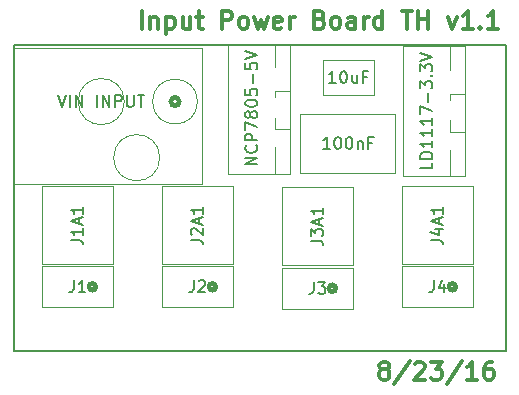
<source format=gbr>
G04 #@! TF.FileFunction,Other,Fab,Top*
%FSLAX46Y46*%
G04 Gerber Fmt 4.6, Leading zero omitted, Abs format (unit mm)*
G04 Created by KiCad (PCBNEW 4.0.1-3.201512221402+6198~38~ubuntu14.04.1-stable) date Tue 23 Aug 2016 07:28:16 PM PDT*
%MOMM*%
G01*
G04 APERTURE LIST*
%ADD10C,0.100000*%
%ADD11C,0.300000*%
%ADD12C,0.200000*%
%ADD13C,0.050000*%
%ADD14C,0.400000*%
%ADD15C,0.150000*%
G04 APERTURE END LIST*
D10*
D11*
X108916286Y-85006571D02*
X108916286Y-83506571D01*
X109630572Y-84006571D02*
X109630572Y-85006571D01*
X109630572Y-84149429D02*
X109702000Y-84078000D01*
X109844858Y-84006571D01*
X110059143Y-84006571D01*
X110202000Y-84078000D01*
X110273429Y-84220857D01*
X110273429Y-85006571D01*
X110987715Y-84006571D02*
X110987715Y-85506571D01*
X110987715Y-84078000D02*
X111130572Y-84006571D01*
X111416286Y-84006571D01*
X111559143Y-84078000D01*
X111630572Y-84149429D01*
X111702001Y-84292286D01*
X111702001Y-84720857D01*
X111630572Y-84863714D01*
X111559143Y-84935143D01*
X111416286Y-85006571D01*
X111130572Y-85006571D01*
X110987715Y-84935143D01*
X112987715Y-84006571D02*
X112987715Y-85006571D01*
X112344858Y-84006571D02*
X112344858Y-84792286D01*
X112416286Y-84935143D01*
X112559144Y-85006571D01*
X112773429Y-85006571D01*
X112916286Y-84935143D01*
X112987715Y-84863714D01*
X113487715Y-84006571D02*
X114059144Y-84006571D01*
X113702001Y-83506571D02*
X113702001Y-84792286D01*
X113773429Y-84935143D01*
X113916287Y-85006571D01*
X114059144Y-85006571D01*
X115702001Y-85006571D02*
X115702001Y-83506571D01*
X116273429Y-83506571D01*
X116416287Y-83578000D01*
X116487715Y-83649429D01*
X116559144Y-83792286D01*
X116559144Y-84006571D01*
X116487715Y-84149429D01*
X116416287Y-84220857D01*
X116273429Y-84292286D01*
X115702001Y-84292286D01*
X117416287Y-85006571D02*
X117273429Y-84935143D01*
X117202001Y-84863714D01*
X117130572Y-84720857D01*
X117130572Y-84292286D01*
X117202001Y-84149429D01*
X117273429Y-84078000D01*
X117416287Y-84006571D01*
X117630572Y-84006571D01*
X117773429Y-84078000D01*
X117844858Y-84149429D01*
X117916287Y-84292286D01*
X117916287Y-84720857D01*
X117844858Y-84863714D01*
X117773429Y-84935143D01*
X117630572Y-85006571D01*
X117416287Y-85006571D01*
X118416287Y-84006571D02*
X118702001Y-85006571D01*
X118987715Y-84292286D01*
X119273430Y-85006571D01*
X119559144Y-84006571D01*
X120702001Y-84935143D02*
X120559144Y-85006571D01*
X120273430Y-85006571D01*
X120130573Y-84935143D01*
X120059144Y-84792286D01*
X120059144Y-84220857D01*
X120130573Y-84078000D01*
X120273430Y-84006571D01*
X120559144Y-84006571D01*
X120702001Y-84078000D01*
X120773430Y-84220857D01*
X120773430Y-84363714D01*
X120059144Y-84506571D01*
X121416287Y-85006571D02*
X121416287Y-84006571D01*
X121416287Y-84292286D02*
X121487715Y-84149429D01*
X121559144Y-84078000D01*
X121702001Y-84006571D01*
X121844858Y-84006571D01*
X123987715Y-84220857D02*
X124202001Y-84292286D01*
X124273429Y-84363714D01*
X124344858Y-84506571D01*
X124344858Y-84720857D01*
X124273429Y-84863714D01*
X124202001Y-84935143D01*
X124059143Y-85006571D01*
X123487715Y-85006571D01*
X123487715Y-83506571D01*
X123987715Y-83506571D01*
X124130572Y-83578000D01*
X124202001Y-83649429D01*
X124273429Y-83792286D01*
X124273429Y-83935143D01*
X124202001Y-84078000D01*
X124130572Y-84149429D01*
X123987715Y-84220857D01*
X123487715Y-84220857D01*
X125202001Y-85006571D02*
X125059143Y-84935143D01*
X124987715Y-84863714D01*
X124916286Y-84720857D01*
X124916286Y-84292286D01*
X124987715Y-84149429D01*
X125059143Y-84078000D01*
X125202001Y-84006571D01*
X125416286Y-84006571D01*
X125559143Y-84078000D01*
X125630572Y-84149429D01*
X125702001Y-84292286D01*
X125702001Y-84720857D01*
X125630572Y-84863714D01*
X125559143Y-84935143D01*
X125416286Y-85006571D01*
X125202001Y-85006571D01*
X126987715Y-85006571D02*
X126987715Y-84220857D01*
X126916286Y-84078000D01*
X126773429Y-84006571D01*
X126487715Y-84006571D01*
X126344858Y-84078000D01*
X126987715Y-84935143D02*
X126844858Y-85006571D01*
X126487715Y-85006571D01*
X126344858Y-84935143D01*
X126273429Y-84792286D01*
X126273429Y-84649429D01*
X126344858Y-84506571D01*
X126487715Y-84435143D01*
X126844858Y-84435143D01*
X126987715Y-84363714D01*
X127702001Y-85006571D02*
X127702001Y-84006571D01*
X127702001Y-84292286D02*
X127773429Y-84149429D01*
X127844858Y-84078000D01*
X127987715Y-84006571D01*
X128130572Y-84006571D01*
X129273429Y-85006571D02*
X129273429Y-83506571D01*
X129273429Y-84935143D02*
X129130572Y-85006571D01*
X128844858Y-85006571D01*
X128702000Y-84935143D01*
X128630572Y-84863714D01*
X128559143Y-84720857D01*
X128559143Y-84292286D01*
X128630572Y-84149429D01*
X128702000Y-84078000D01*
X128844858Y-84006571D01*
X129130572Y-84006571D01*
X129273429Y-84078000D01*
X130916286Y-83506571D02*
X131773429Y-83506571D01*
X131344858Y-85006571D02*
X131344858Y-83506571D01*
X132273429Y-85006571D02*
X132273429Y-83506571D01*
X132273429Y-84220857D02*
X133130572Y-84220857D01*
X133130572Y-85006571D02*
X133130572Y-83506571D01*
X134844858Y-84006571D02*
X135202001Y-85006571D01*
X135559143Y-84006571D01*
X136916286Y-85006571D02*
X136059143Y-85006571D01*
X136487715Y-85006571D02*
X136487715Y-83506571D01*
X136344858Y-83720857D01*
X136202000Y-83863714D01*
X136059143Y-83935143D01*
X137559143Y-84863714D02*
X137630571Y-84935143D01*
X137559143Y-85006571D01*
X137487714Y-84935143D01*
X137559143Y-84863714D01*
X137559143Y-85006571D01*
X139059143Y-85006571D02*
X138202000Y-85006571D01*
X138630572Y-85006571D02*
X138630572Y-83506571D01*
X138487715Y-83720857D01*
X138344857Y-83863714D01*
X138202000Y-83935143D01*
X129286573Y-113867429D02*
X129143715Y-113796000D01*
X129072287Y-113724571D01*
X129000858Y-113581714D01*
X129000858Y-113510286D01*
X129072287Y-113367429D01*
X129143715Y-113296000D01*
X129286573Y-113224571D01*
X129572287Y-113224571D01*
X129715144Y-113296000D01*
X129786573Y-113367429D01*
X129858001Y-113510286D01*
X129858001Y-113581714D01*
X129786573Y-113724571D01*
X129715144Y-113796000D01*
X129572287Y-113867429D01*
X129286573Y-113867429D01*
X129143715Y-113938857D01*
X129072287Y-114010286D01*
X129000858Y-114153143D01*
X129000858Y-114438857D01*
X129072287Y-114581714D01*
X129143715Y-114653143D01*
X129286573Y-114724571D01*
X129572287Y-114724571D01*
X129715144Y-114653143D01*
X129786573Y-114581714D01*
X129858001Y-114438857D01*
X129858001Y-114153143D01*
X129786573Y-114010286D01*
X129715144Y-113938857D01*
X129572287Y-113867429D01*
X131572286Y-113153143D02*
X130286572Y-115081714D01*
X132000858Y-113367429D02*
X132072287Y-113296000D01*
X132215144Y-113224571D01*
X132572287Y-113224571D01*
X132715144Y-113296000D01*
X132786573Y-113367429D01*
X132858001Y-113510286D01*
X132858001Y-113653143D01*
X132786573Y-113867429D01*
X131929430Y-114724571D01*
X132858001Y-114724571D01*
X133358001Y-113224571D02*
X134286572Y-113224571D01*
X133786572Y-113796000D01*
X134000858Y-113796000D01*
X134143715Y-113867429D01*
X134215144Y-113938857D01*
X134286572Y-114081714D01*
X134286572Y-114438857D01*
X134215144Y-114581714D01*
X134143715Y-114653143D01*
X134000858Y-114724571D01*
X133572286Y-114724571D01*
X133429429Y-114653143D01*
X133358001Y-114581714D01*
X136000857Y-113153143D02*
X134715143Y-115081714D01*
X137286572Y-114724571D02*
X136429429Y-114724571D01*
X136858001Y-114724571D02*
X136858001Y-113224571D01*
X136715144Y-113438857D01*
X136572286Y-113581714D01*
X136429429Y-113653143D01*
X138572286Y-113224571D02*
X138286572Y-113224571D01*
X138143715Y-113296000D01*
X138072286Y-113367429D01*
X137929429Y-113581714D01*
X137858000Y-113867429D01*
X137858000Y-114438857D01*
X137929429Y-114581714D01*
X138000857Y-114653143D01*
X138143715Y-114724571D01*
X138429429Y-114724571D01*
X138572286Y-114653143D01*
X138643715Y-114581714D01*
X138715143Y-114438857D01*
X138715143Y-114081714D01*
X138643715Y-113938857D01*
X138572286Y-113867429D01*
X138429429Y-113796000D01*
X138143715Y-113796000D01*
X138000857Y-113867429D01*
X137929429Y-113938857D01*
X137858000Y-114081714D01*
D12*
X139700000Y-112268000D02*
X139700000Y-86360000D01*
X98044000Y-112268000D02*
X139700000Y-112268000D01*
X98044000Y-86360000D02*
X98044000Y-112268000D01*
X139700000Y-86360000D02*
X98044000Y-86360000D01*
D13*
X135032500Y-88511500D02*
X135032500Y-86511500D01*
X135032500Y-90511500D02*
X136282500Y-90511500D01*
X135032500Y-91011500D02*
X135032500Y-90511500D01*
X135032500Y-93761500D02*
X136282500Y-93761500D01*
X135032500Y-93761500D02*
X135032500Y-92761500D01*
X135032500Y-97511500D02*
X135032500Y-95261500D01*
X136032500Y-97511500D02*
X136282500Y-97511500D01*
X136282500Y-97511500D02*
X136282500Y-86511500D01*
X131032500Y-86511500D02*
X136282500Y-86511500D01*
X131032500Y-97511500D02*
X131032500Y-86511500D01*
X131282500Y-97511500D02*
X131032500Y-97511500D01*
X136032500Y-97511500D02*
X131282500Y-97511500D01*
X110415902Y-95936000D02*
G75*
G03X110415902Y-95936000I-1952562J0D01*
G01*
X107415902Y-91186000D02*
G75*
G03X107415902Y-91186000I-1952562J0D01*
G01*
X113617283Y-91186000D02*
G75*
G03X113617283Y-91186000I-1903943J0D01*
G01*
D14*
X112066893Y-91186000D02*
G75*
G03X112066893Y-91186000I-353553J0D01*
G01*
D13*
X113963340Y-86686000D02*
X112463340Y-86686000D01*
X113963340Y-98186000D02*
X113963340Y-86686000D01*
X97963340Y-98186000D02*
X113963340Y-98186000D01*
X97963340Y-95686000D02*
X97963340Y-98186000D01*
X97963340Y-86686000D02*
X97963340Y-95686000D01*
X112463340Y-86686000D02*
X97963340Y-86686000D01*
X136941500Y-98363500D02*
X136933940Y-104963500D01*
X136941500Y-98363500D02*
X130891500Y-98363500D01*
X136941500Y-104963500D02*
X130891500Y-104963500D01*
X130891500Y-98363500D02*
X130891500Y-104963500D01*
X126781500Y-98427000D02*
X126773940Y-105027000D01*
X126781500Y-98427000D02*
X120731500Y-98427000D01*
X126781500Y-105027000D02*
X120731500Y-105027000D01*
X120731500Y-98427000D02*
X120731500Y-105027000D01*
X116621500Y-98363500D02*
X116613940Y-104963500D01*
X116621500Y-98363500D02*
X110571500Y-98363500D01*
X116621500Y-104963500D02*
X110571500Y-104963500D01*
X110571500Y-98363500D02*
X110571500Y-104963500D01*
X106461500Y-98363500D02*
X106453940Y-104963500D01*
X106461500Y-98363500D02*
X100411500Y-98363500D01*
X106461500Y-104963500D02*
X100411500Y-104963500D01*
X100411500Y-98363500D02*
X100411500Y-104963500D01*
X120211600Y-88295600D02*
X120211600Y-86295600D01*
X120211600Y-90295600D02*
X121461600Y-90295600D01*
X120211600Y-90795600D02*
X120211600Y-90295600D01*
X120211600Y-93545600D02*
X121461600Y-93545600D01*
X120211600Y-93545600D02*
X120211600Y-92545600D01*
X120211600Y-97295600D02*
X120211600Y-95045600D01*
X121211600Y-97295600D02*
X121461600Y-97295600D01*
X121461600Y-97295600D02*
X121461600Y-86295600D01*
X116211600Y-86295600D02*
X121461600Y-86295600D01*
X116211600Y-97295600D02*
X116211600Y-86295600D01*
X116461600Y-97295600D02*
X116211600Y-97295600D01*
X121211600Y-97295600D02*
X116461600Y-97295600D01*
X130325000Y-97242000D02*
X122325000Y-97242000D01*
X130325000Y-92242000D02*
X130325000Y-97242000D01*
X122325000Y-92242000D02*
X130325000Y-92242000D01*
X122325000Y-97242000D02*
X122325000Y-92242000D01*
X128535000Y-90654000D02*
X124235000Y-90654000D01*
X128535000Y-87654000D02*
X128535000Y-90654000D01*
X124235000Y-87654000D02*
X128535000Y-87654000D01*
X124235000Y-90654000D02*
X124235000Y-87654000D01*
X130941500Y-108620500D02*
X136941500Y-108620500D01*
X130941500Y-108620500D02*
X130941500Y-105120500D01*
X136941500Y-105120500D02*
X130941500Y-105120500D01*
X136941500Y-108620500D02*
X136941500Y-105120500D01*
D14*
X135483048Y-106870500D02*
G75*
G03X135483048Y-106870500I-291548J0D01*
G01*
D13*
X120781500Y-108747500D02*
X126781500Y-108747500D01*
X120781500Y-108747500D02*
X120781500Y-105247500D01*
X126781500Y-105247500D02*
X120781500Y-105247500D01*
X126781500Y-108747500D02*
X126781500Y-105247500D01*
D14*
X125323048Y-106997500D02*
G75*
G03X125323048Y-106997500I-291548J0D01*
G01*
D13*
X110621500Y-108620500D02*
X116621500Y-108620500D01*
X110621500Y-108620500D02*
X110621500Y-105120500D01*
X116621500Y-105120500D02*
X110621500Y-105120500D01*
X116621500Y-108620500D02*
X116621500Y-105120500D01*
D14*
X115163048Y-106870500D02*
G75*
G03X115163048Y-106870500I-291548J0D01*
G01*
D13*
X100461500Y-108620500D02*
X106461500Y-108620500D01*
X100461500Y-108620500D02*
X100461500Y-105120500D01*
X106461500Y-105120500D02*
X100461500Y-105120500D01*
X106461500Y-108620500D02*
X106461500Y-105120500D01*
D14*
X105003048Y-106870500D02*
G75*
G03X105003048Y-106870500I-291548J0D01*
G01*
D15*
X133484881Y-96344833D02*
X133484881Y-96821024D01*
X132484881Y-96821024D01*
X133484881Y-96011500D02*
X132484881Y-96011500D01*
X132484881Y-95773405D01*
X132532500Y-95630547D01*
X132627738Y-95535309D01*
X132722976Y-95487690D01*
X132913452Y-95440071D01*
X133056310Y-95440071D01*
X133246786Y-95487690D01*
X133342024Y-95535309D01*
X133437262Y-95630547D01*
X133484881Y-95773405D01*
X133484881Y-96011500D01*
X133484881Y-94487690D02*
X133484881Y-95059119D01*
X133484881Y-94773405D02*
X132484881Y-94773405D01*
X132627738Y-94868643D01*
X132722976Y-94963881D01*
X132770595Y-95059119D01*
X133484881Y-93535309D02*
X133484881Y-94106738D01*
X133484881Y-93821024D02*
X132484881Y-93821024D01*
X132627738Y-93916262D01*
X132722976Y-94011500D01*
X132770595Y-94106738D01*
X133484881Y-92582928D02*
X133484881Y-93154357D01*
X133484881Y-92868643D02*
X132484881Y-92868643D01*
X132627738Y-92963881D01*
X132722976Y-93059119D01*
X132770595Y-93154357D01*
X132484881Y-92249595D02*
X132484881Y-91582928D01*
X133484881Y-92011500D01*
X133103929Y-91201976D02*
X133103929Y-90440071D01*
X132484881Y-90059119D02*
X132484881Y-89440071D01*
X132865833Y-89773405D01*
X132865833Y-89630547D01*
X132913452Y-89535309D01*
X132961071Y-89487690D01*
X133056310Y-89440071D01*
X133294405Y-89440071D01*
X133389643Y-89487690D01*
X133437262Y-89535309D01*
X133484881Y-89630547D01*
X133484881Y-89916262D01*
X133437262Y-90011500D01*
X133389643Y-90059119D01*
X133389643Y-89011500D02*
X133437262Y-88963881D01*
X133484881Y-89011500D01*
X133437262Y-89059119D01*
X133389643Y-89011500D01*
X133484881Y-89011500D01*
X132484881Y-88630548D02*
X132484881Y-88011500D01*
X132865833Y-88344834D01*
X132865833Y-88201976D01*
X132913452Y-88106738D01*
X132961071Y-88059119D01*
X133056310Y-88011500D01*
X133294405Y-88011500D01*
X133389643Y-88059119D01*
X133437262Y-88106738D01*
X133484881Y-88201976D01*
X133484881Y-88487691D01*
X133437262Y-88582929D01*
X133389643Y-88630548D01*
X132484881Y-87725786D02*
X133484881Y-87392453D01*
X132484881Y-87059119D01*
X101820483Y-90638381D02*
X102153816Y-91638381D01*
X102487150Y-90638381D01*
X102820483Y-91638381D02*
X102820483Y-90638381D01*
X103296673Y-91638381D02*
X103296673Y-90638381D01*
X103868102Y-91638381D01*
X103868102Y-90638381D01*
X105106197Y-91638381D02*
X105106197Y-90638381D01*
X105582387Y-91638381D02*
X105582387Y-90638381D01*
X106153816Y-91638381D01*
X106153816Y-90638381D01*
X106630006Y-91638381D02*
X106630006Y-90638381D01*
X107010959Y-90638381D01*
X107106197Y-90686000D01*
X107153816Y-90733619D01*
X107201435Y-90828857D01*
X107201435Y-90971714D01*
X107153816Y-91066952D01*
X107106197Y-91114571D01*
X107010959Y-91162190D01*
X106630006Y-91162190D01*
X107630006Y-90638381D02*
X107630006Y-91447905D01*
X107677625Y-91543143D01*
X107725244Y-91590762D01*
X107820482Y-91638381D01*
X108010959Y-91638381D01*
X108106197Y-91590762D01*
X108153816Y-91543143D01*
X108201435Y-91447905D01*
X108201435Y-90638381D01*
X108534768Y-90638381D02*
X109106197Y-90638381D01*
X108820482Y-91638381D02*
X108820482Y-90638381D01*
X133373881Y-102901595D02*
X134088167Y-102901595D01*
X134231024Y-102949215D01*
X134326262Y-103044453D01*
X134373881Y-103187310D01*
X134373881Y-103282548D01*
X133707214Y-101996833D02*
X134373881Y-101996833D01*
X133326262Y-102234929D02*
X134040548Y-102473024D01*
X134040548Y-101853976D01*
X134088167Y-101520643D02*
X134088167Y-101044452D01*
X134373881Y-101615881D02*
X133373881Y-101282548D01*
X134373881Y-100949214D01*
X134373881Y-100092071D02*
X134373881Y-100663500D01*
X134373881Y-100377786D02*
X133373881Y-100377786D01*
X133516738Y-100473024D01*
X133611976Y-100568262D01*
X133659595Y-100663500D01*
X123213881Y-102965095D02*
X123928167Y-102965095D01*
X124071024Y-103012715D01*
X124166262Y-103107953D01*
X124213881Y-103250810D01*
X124213881Y-103346048D01*
X123213881Y-102584143D02*
X123213881Y-101965095D01*
X123594833Y-102298429D01*
X123594833Y-102155571D01*
X123642452Y-102060333D01*
X123690071Y-102012714D01*
X123785310Y-101965095D01*
X124023405Y-101965095D01*
X124118643Y-102012714D01*
X124166262Y-102060333D01*
X124213881Y-102155571D01*
X124213881Y-102441286D01*
X124166262Y-102536524D01*
X124118643Y-102584143D01*
X123928167Y-101584143D02*
X123928167Y-101107952D01*
X124213881Y-101679381D02*
X123213881Y-101346048D01*
X124213881Y-101012714D01*
X124213881Y-100155571D02*
X124213881Y-100727000D01*
X124213881Y-100441286D02*
X123213881Y-100441286D01*
X123356738Y-100536524D01*
X123451976Y-100631762D01*
X123499595Y-100727000D01*
X113053881Y-102901595D02*
X113768167Y-102901595D01*
X113911024Y-102949215D01*
X114006262Y-103044453D01*
X114053881Y-103187310D01*
X114053881Y-103282548D01*
X113149119Y-102473024D02*
X113101500Y-102425405D01*
X113053881Y-102330167D01*
X113053881Y-102092071D01*
X113101500Y-101996833D01*
X113149119Y-101949214D01*
X113244357Y-101901595D01*
X113339595Y-101901595D01*
X113482452Y-101949214D01*
X114053881Y-102520643D01*
X114053881Y-101901595D01*
X113768167Y-101520643D02*
X113768167Y-101044452D01*
X114053881Y-101615881D02*
X113053881Y-101282548D01*
X114053881Y-100949214D01*
X114053881Y-100092071D02*
X114053881Y-100663500D01*
X114053881Y-100377786D02*
X113053881Y-100377786D01*
X113196738Y-100473024D01*
X113291976Y-100568262D01*
X113339595Y-100663500D01*
X102893881Y-102901595D02*
X103608167Y-102901595D01*
X103751024Y-102949215D01*
X103846262Y-103044453D01*
X103893881Y-103187310D01*
X103893881Y-103282548D01*
X103893881Y-101901595D02*
X103893881Y-102473024D01*
X103893881Y-102187310D02*
X102893881Y-102187310D01*
X103036738Y-102282548D01*
X103131976Y-102377786D01*
X103179595Y-102473024D01*
X103608167Y-101520643D02*
X103608167Y-101044452D01*
X103893881Y-101615881D02*
X102893881Y-101282548D01*
X103893881Y-100949214D01*
X103893881Y-100092071D02*
X103893881Y-100663500D01*
X103893881Y-100377786D02*
X102893881Y-100377786D01*
X103036738Y-100473024D01*
X103131976Y-100568262D01*
X103179595Y-100663500D01*
X118663981Y-96509886D02*
X117663981Y-96509886D01*
X118663981Y-95938457D01*
X117663981Y-95938457D01*
X118568743Y-94890838D02*
X118616362Y-94938457D01*
X118663981Y-95081314D01*
X118663981Y-95176552D01*
X118616362Y-95319410D01*
X118521124Y-95414648D01*
X118425886Y-95462267D01*
X118235410Y-95509886D01*
X118092552Y-95509886D01*
X117902076Y-95462267D01*
X117806838Y-95414648D01*
X117711600Y-95319410D01*
X117663981Y-95176552D01*
X117663981Y-95081314D01*
X117711600Y-94938457D01*
X117759219Y-94890838D01*
X118663981Y-94462267D02*
X117663981Y-94462267D01*
X117663981Y-94081314D01*
X117711600Y-93986076D01*
X117759219Y-93938457D01*
X117854457Y-93890838D01*
X117997314Y-93890838D01*
X118092552Y-93938457D01*
X118140171Y-93986076D01*
X118187790Y-94081314D01*
X118187790Y-94462267D01*
X117663981Y-93557505D02*
X117663981Y-92890838D01*
X118663981Y-93319410D01*
X118092552Y-92367029D02*
X118044933Y-92462267D01*
X117997314Y-92509886D01*
X117902076Y-92557505D01*
X117854457Y-92557505D01*
X117759219Y-92509886D01*
X117711600Y-92462267D01*
X117663981Y-92367029D01*
X117663981Y-92176552D01*
X117711600Y-92081314D01*
X117759219Y-92033695D01*
X117854457Y-91986076D01*
X117902076Y-91986076D01*
X117997314Y-92033695D01*
X118044933Y-92081314D01*
X118092552Y-92176552D01*
X118092552Y-92367029D01*
X118140171Y-92462267D01*
X118187790Y-92509886D01*
X118283029Y-92557505D01*
X118473505Y-92557505D01*
X118568743Y-92509886D01*
X118616362Y-92462267D01*
X118663981Y-92367029D01*
X118663981Y-92176552D01*
X118616362Y-92081314D01*
X118568743Y-92033695D01*
X118473505Y-91986076D01*
X118283029Y-91986076D01*
X118187790Y-92033695D01*
X118140171Y-92081314D01*
X118092552Y-92176552D01*
X117663981Y-91367029D02*
X117663981Y-91271790D01*
X117711600Y-91176552D01*
X117759219Y-91128933D01*
X117854457Y-91081314D01*
X118044933Y-91033695D01*
X118283029Y-91033695D01*
X118473505Y-91081314D01*
X118568743Y-91128933D01*
X118616362Y-91176552D01*
X118663981Y-91271790D01*
X118663981Y-91367029D01*
X118616362Y-91462267D01*
X118568743Y-91509886D01*
X118473505Y-91557505D01*
X118283029Y-91605124D01*
X118044933Y-91605124D01*
X117854457Y-91557505D01*
X117759219Y-91509886D01*
X117711600Y-91462267D01*
X117663981Y-91367029D01*
X117663981Y-90128933D02*
X117663981Y-90605124D01*
X118140171Y-90652743D01*
X118092552Y-90605124D01*
X118044933Y-90509886D01*
X118044933Y-90271790D01*
X118092552Y-90176552D01*
X118140171Y-90128933D01*
X118235410Y-90081314D01*
X118473505Y-90081314D01*
X118568743Y-90128933D01*
X118616362Y-90176552D01*
X118663981Y-90271790D01*
X118663981Y-90509886D01*
X118616362Y-90605124D01*
X118568743Y-90652743D01*
X118283029Y-89652743D02*
X118283029Y-88890838D01*
X117663981Y-87938457D02*
X117663981Y-88414648D01*
X118140171Y-88462267D01*
X118092552Y-88414648D01*
X118044933Y-88319410D01*
X118044933Y-88081314D01*
X118092552Y-87986076D01*
X118140171Y-87938457D01*
X118235410Y-87890838D01*
X118473505Y-87890838D01*
X118568743Y-87938457D01*
X118616362Y-87986076D01*
X118663981Y-88081314D01*
X118663981Y-88319410D01*
X118616362Y-88414648D01*
X118568743Y-88462267D01*
X117663981Y-87605124D02*
X118663981Y-87271791D01*
X117663981Y-86938457D01*
X124827381Y-95194381D02*
X124255952Y-95194381D01*
X124541666Y-95194381D02*
X124541666Y-94194381D01*
X124446428Y-94337238D01*
X124351190Y-94432476D01*
X124255952Y-94480095D01*
X125446428Y-94194381D02*
X125541667Y-94194381D01*
X125636905Y-94242000D01*
X125684524Y-94289619D01*
X125732143Y-94384857D01*
X125779762Y-94575333D01*
X125779762Y-94813429D01*
X125732143Y-95003905D01*
X125684524Y-95099143D01*
X125636905Y-95146762D01*
X125541667Y-95194381D01*
X125446428Y-95194381D01*
X125351190Y-95146762D01*
X125303571Y-95099143D01*
X125255952Y-95003905D01*
X125208333Y-94813429D01*
X125208333Y-94575333D01*
X125255952Y-94384857D01*
X125303571Y-94289619D01*
X125351190Y-94242000D01*
X125446428Y-94194381D01*
X126398809Y-94194381D02*
X126494048Y-94194381D01*
X126589286Y-94242000D01*
X126636905Y-94289619D01*
X126684524Y-94384857D01*
X126732143Y-94575333D01*
X126732143Y-94813429D01*
X126684524Y-95003905D01*
X126636905Y-95099143D01*
X126589286Y-95146762D01*
X126494048Y-95194381D01*
X126398809Y-95194381D01*
X126303571Y-95146762D01*
X126255952Y-95099143D01*
X126208333Y-95003905D01*
X126160714Y-94813429D01*
X126160714Y-94575333D01*
X126208333Y-94384857D01*
X126255952Y-94289619D01*
X126303571Y-94242000D01*
X126398809Y-94194381D01*
X127160714Y-94527714D02*
X127160714Y-95194381D01*
X127160714Y-94622952D02*
X127208333Y-94575333D01*
X127303571Y-94527714D01*
X127446429Y-94527714D01*
X127541667Y-94575333D01*
X127589286Y-94670571D01*
X127589286Y-95194381D01*
X128398810Y-94670571D02*
X128065476Y-94670571D01*
X128065476Y-95194381D02*
X128065476Y-94194381D01*
X128541667Y-94194381D01*
X125313572Y-89606381D02*
X124742143Y-89606381D01*
X125027857Y-89606381D02*
X125027857Y-88606381D01*
X124932619Y-88749238D01*
X124837381Y-88844476D01*
X124742143Y-88892095D01*
X125932619Y-88606381D02*
X126027858Y-88606381D01*
X126123096Y-88654000D01*
X126170715Y-88701619D01*
X126218334Y-88796857D01*
X126265953Y-88987333D01*
X126265953Y-89225429D01*
X126218334Y-89415905D01*
X126170715Y-89511143D01*
X126123096Y-89558762D01*
X126027858Y-89606381D01*
X125932619Y-89606381D01*
X125837381Y-89558762D01*
X125789762Y-89511143D01*
X125742143Y-89415905D01*
X125694524Y-89225429D01*
X125694524Y-88987333D01*
X125742143Y-88796857D01*
X125789762Y-88701619D01*
X125837381Y-88654000D01*
X125932619Y-88606381D01*
X127123096Y-88939714D02*
X127123096Y-89606381D01*
X126694524Y-88939714D02*
X126694524Y-89463524D01*
X126742143Y-89558762D01*
X126837381Y-89606381D01*
X126980239Y-89606381D01*
X127075477Y-89558762D01*
X127123096Y-89511143D01*
X127932620Y-89082571D02*
X127599286Y-89082571D01*
X127599286Y-89606381D02*
X127599286Y-88606381D01*
X128075477Y-88606381D01*
X133608167Y-106322881D02*
X133608167Y-107037167D01*
X133560547Y-107180024D01*
X133465309Y-107275262D01*
X133322452Y-107322881D01*
X133227214Y-107322881D01*
X134512929Y-106656214D02*
X134512929Y-107322881D01*
X134274833Y-106275262D02*
X134036738Y-106989548D01*
X134655786Y-106989548D01*
X123448167Y-106449881D02*
X123448167Y-107164167D01*
X123400547Y-107307024D01*
X123305309Y-107402262D01*
X123162452Y-107449881D01*
X123067214Y-107449881D01*
X123829119Y-106449881D02*
X124448167Y-106449881D01*
X124114833Y-106830833D01*
X124257691Y-106830833D01*
X124352929Y-106878452D01*
X124400548Y-106926071D01*
X124448167Y-107021310D01*
X124448167Y-107259405D01*
X124400548Y-107354643D01*
X124352929Y-107402262D01*
X124257691Y-107449881D01*
X123971976Y-107449881D01*
X123876738Y-107402262D01*
X123829119Y-107354643D01*
X113288167Y-106322881D02*
X113288167Y-107037167D01*
X113240547Y-107180024D01*
X113145309Y-107275262D01*
X113002452Y-107322881D01*
X112907214Y-107322881D01*
X113716738Y-106418119D02*
X113764357Y-106370500D01*
X113859595Y-106322881D01*
X114097691Y-106322881D01*
X114192929Y-106370500D01*
X114240548Y-106418119D01*
X114288167Y-106513357D01*
X114288167Y-106608595D01*
X114240548Y-106751452D01*
X113669119Y-107322881D01*
X114288167Y-107322881D01*
X103128167Y-106322881D02*
X103128167Y-107037167D01*
X103080547Y-107180024D01*
X102985309Y-107275262D01*
X102842452Y-107322881D01*
X102747214Y-107322881D01*
X104128167Y-107322881D02*
X103556738Y-107322881D01*
X103842452Y-107322881D02*
X103842452Y-106322881D01*
X103747214Y-106465738D01*
X103651976Y-106560976D01*
X103556738Y-106608595D01*
M02*

</source>
